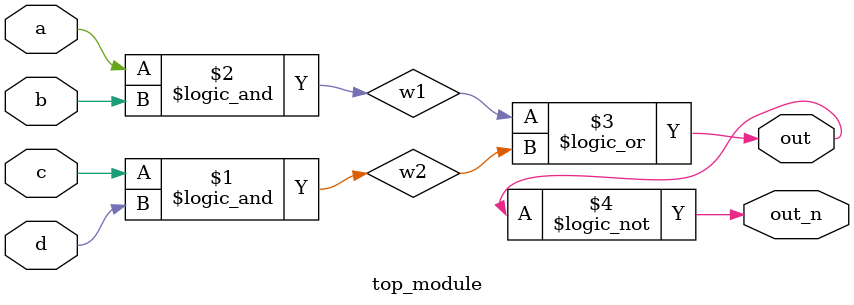
<source format=v>
module top_module ( input a, input b, input c, input d, output out, output out_n ); 

    wire w1, w2;
    
    assign { w1, w2 } = { a && b, c && d };
    assign out = w1 || w2;
    assign out_n = !out;
    
endmodule
</source>
